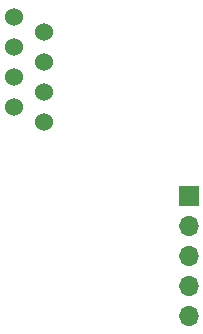
<source format=gbr>
%TF.GenerationSoftware,KiCad,Pcbnew,(7.0.0)*%
%TF.CreationDate,2023-04-04T21:03:59-04:00*%
%TF.ProjectId,StackLight,53746163-6b4c-4696-9768-742e6b696361,rev?*%
%TF.SameCoordinates,Original*%
%TF.FileFunction,Soldermask,Top*%
%TF.FilePolarity,Negative*%
%FSLAX46Y46*%
G04 Gerber Fmt 4.6, Leading zero omitted, Abs format (unit mm)*
G04 Created by KiCad (PCBNEW (7.0.0)) date 2023-04-04 21:03:59*
%MOMM*%
%LPD*%
G01*
G04 APERTURE LIST*
%ADD10R,1.700000X1.700000*%
%ADD11O,1.700000X1.700000*%
%ADD12C,1.524000*%
G04 APERTURE END LIST*
D10*
%TO.C,J2*%
X153923999Y-93979999D03*
D11*
X153923999Y-96519999D03*
X153923999Y-99059999D03*
X153923999Y-101599999D03*
X153923999Y-104139999D03*
%TD*%
D12*
%TO.C,J1*%
X141662000Y-87730000D03*
X139122000Y-86460000D03*
X141662000Y-85190000D03*
X139122000Y-83920000D03*
X141662000Y-82650000D03*
X139122000Y-81380000D03*
X141662000Y-80110000D03*
X139122000Y-78840000D03*
%TD*%
M02*

</source>
